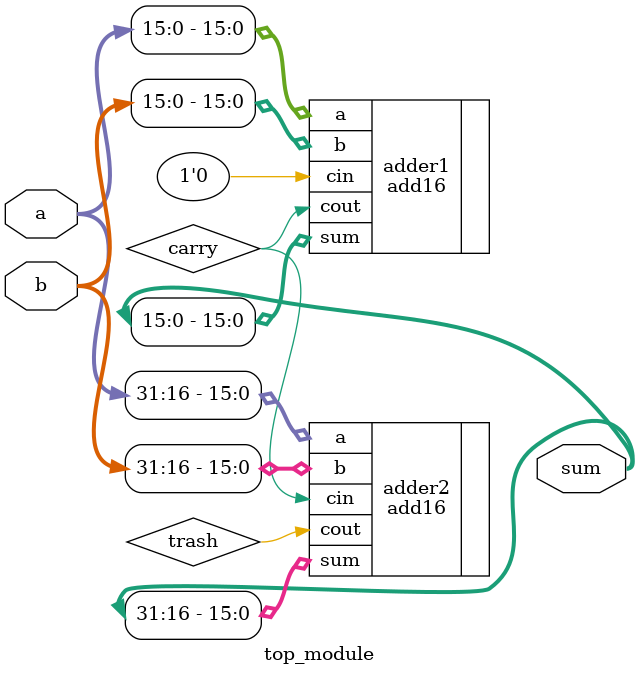
<source format=v>
module top_module(
    input [31:0] a,
    input [31:0] b,
    output [31:0] sum
);

    wire carry,trash;
    add16 adder1 (.a(a[15:0]),.b(b[15:0]),.cin(1'b0),.sum(sum[15:0]),.cout(carry));
    add16 adder2 (.a(a[31:16]),.b(b[31:16]),.cin(carry),.sum(sum[31:16]),.cout(trash));
    
endmodule

</source>
